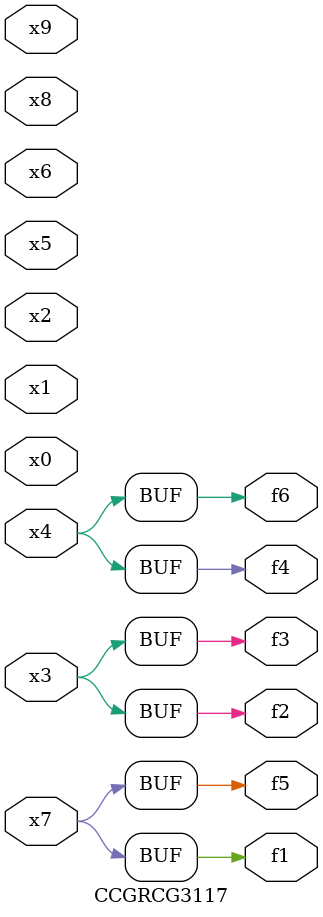
<source format=v>
module CCGRCG3117(
	input x0, x1, x2, x3, x4, x5, x6, x7, x8, x9,
	output f1, f2, f3, f4, f5, f6
);
	assign f1 = x7;
	assign f2 = x3;
	assign f3 = x3;
	assign f4 = x4;
	assign f5 = x7;
	assign f6 = x4;
endmodule

</source>
